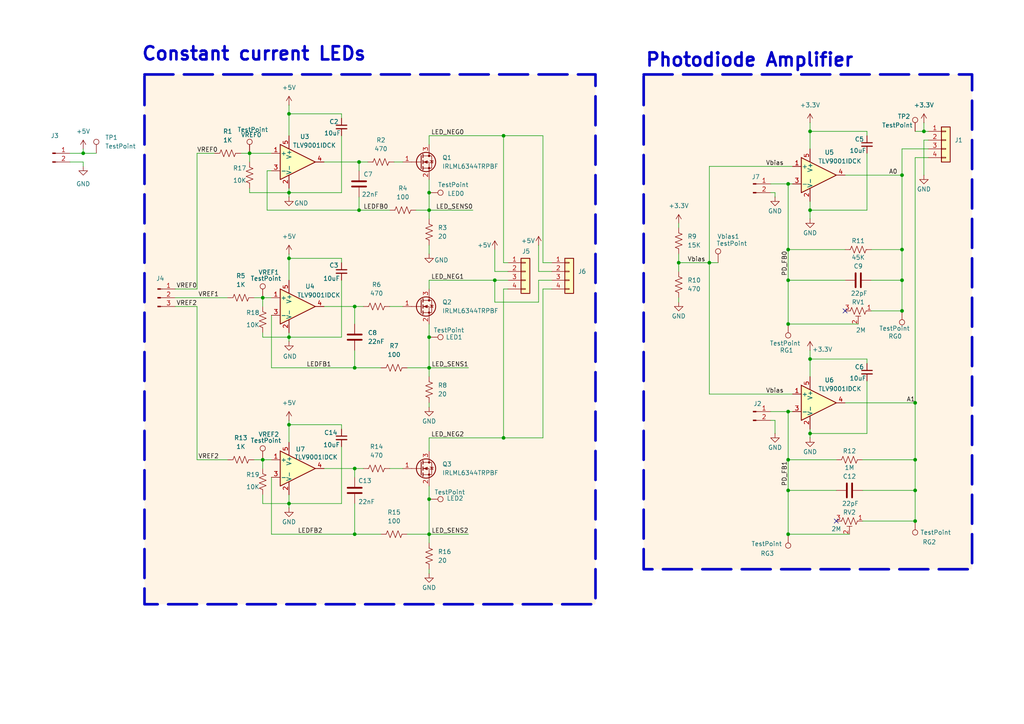
<source format=kicad_sch>
(kicad_sch (version 20231120) (generator "eeschema") (generator_version "8.0")
  (paper "A4")
  (lib_symbols
    (symbol "Amplifier_Operational:TLV9001IDCK" (pin_names (offset 0.127))
      (property "Reference" "U" (at 7.62 2.54 0))
      (property "Value" "TLV9001IDCK" (at 11.43 -2.54 0))
      (symbol "TLV9001IDCK_0_1"
        (polyline (pts (xy -2.54 5.08) (xy -2.54 -5.08) (xy 7.62 0) (xy -2.54 5.08)) (stroke (width 0.254)) (fill (type background)))
      )
      (symbol "TLV9001IDCK_1_1"
        (pin input line (at -5.08 2.54 0) (length 2.54) (name "+") (number "1"))
        (pin power_in line (at 0 -7.62 90) (length 3.81) (name "V-") (number "2"))
        (pin input line (at -5.08 -2.54 0) (length 2.54) (name "-") (number "3"))
        (pin output line (at 10.16 0 180) (length 2.54) (name "~") (number "4"))
        (pin power_in line (at 0 7.62 270) (length 3.81) (name "V+") (number "5"))
      )
    )
    (symbol "Connector:Conn_01x02_Pin" (pin_names (offset 1.016) hide)
      (property "Reference" "J" (at 0 2.54 0))
      (property "Value" "Conn_01x02_Pin" (at 0 -5.08 0))
      (symbol "Conn_01x02_Pin_1_1"
        (polyline (pts (xy 1.27 -2.54) (xy 0.8636 -2.54)) (stroke (width 0.1524)))
        (polyline (pts (xy 1.27 0) (xy 0.8636 0)) (stroke (width 0.1524)))
        (rectangle (start 0.8636 -2.413) (end 0 -2.667) (stroke (width 0.1524)) (fill (type outline)))
        (rectangle (start 0.8636 0.127) (end 0 -0.127) (stroke (width 0.1524)) (fill (type outline)))
        (pin passive line (at 5.08 0 180) (length 3.81) (name "Pin_1") (number "1"))
        (pin passive line (at 5.08 -2.54 180) (length 3.81) (name "Pin_2") (number "2"))
      )
    )
    (symbol "Connector:Conn_01x03_Pin" (pin_names (offset 1.016) hide)
      (property "Reference" "J" (at 0 5.08 0))
      (property "Value" "Conn_01x03_Pin" (at 0 -5.08 0))
      (symbol "Conn_01x03_Pin_1_1"
        (polyline (pts (xy 1.27 -2.54) (xy 0.8636 -2.54)) (stroke (width 0.1524)))
        (polyline (pts (xy 1.27 0) (xy 0.8636 0)) (stroke (width 0.1524)))
        (polyline (pts (xy 1.27 2.54) (xy 0.8636 2.54)) (stroke (width 0.1524)))
        (rectangle (start 0.8636 -2.413) (end 0 -2.667) (stroke (width 0.1524)) (fill (type outline)))
        (rectangle (start 0.8636 0.127) (end 0 -0.127) (stroke (width 0.1524)) (fill (type outline)))
        (rectangle (start 0.8636 2.667) (end 0 2.413) (stroke (width 0.1524)) (fill (type outline)))
        (pin passive line (at 5.08 2.54 180) (length 3.81) (name "Pin_1") (number "1"))
        (pin passive line (at 5.08 0 180) (length 3.81) (name "Pin_2") (number "2"))
        (pin passive line (at 5.08 -2.54 180) (length 3.81) (name "Pin_3") (number "3"))
      )
    )
    (symbol "Connector:TestPoint" (pin_numbers hide) (pin_names (offset 0.762) hide)
      (property "Reference" "TP" (at 0 6.858 0))
      (property "Value" "TestPoint" (at 0 5.08 0))
      (symbol "TestPoint_0_1"
        (circle (center 0 3.302) (radius 0.762))
      )
      (symbol "TestPoint_1_1"
        (pin passive line (at 0 0 90) (length 2.54) (name "1") (number "1"))
      )
    )
    (symbol "Connector_Generic:Conn_01x04" (pin_names (offset 1.016) hide)
      (property "Reference" "J" (at 0 5.08 0))
      (property "Value" "Conn_01x04" (at 0 -7.62 0))
      (symbol "Conn_01x04_1_1"
        (rectangle (start -1.27 -4.953) (end 0 -5.207) (stroke (width 0.1524)))
        (rectangle (start -1.27 -2.413) (end 0 -2.667) (stroke (width 0.1524)))
        (rectangle (start -1.27 0.127) (end 0 -0.127) (stroke (width 0.1524)))
        (rectangle (start -1.27 2.667) (end 0 2.413) (stroke (width 0.1524)))
        (rectangle (start -1.27 3.81) (end 1.27 -6.35) (stroke (width 0.254)) (fill (type background)))
        (pin passive line (at -5.08 2.54 0) (length 3.81) (name "Pin_1") (number "1"))
        (pin passive line (at -5.08 0 0) (length 3.81) (name "Pin_2") (number "2"))
        (pin passive line (at -5.08 -2.54 0) (length 3.81) (name "Pin_3") (number "3"))
        (pin passive line (at -5.08 -5.08 0) (length 3.81) (name "Pin_4") (number "4"))
      )
    )
    (symbol "Device:C" (pin_numbers hide) (pin_names (offset 0.254))
      (property "Reference" "C" (at 0.635 2.54 0))
      (property "Value" "C" (at 0.635 -2.54 0))
      (symbol "C_0_1"
        (polyline (pts (xy -2.032 -0.762) (xy 2.032 -0.762)) (stroke (width 0.508)))
        (polyline (pts (xy -2.032 0.762) (xy 2.032 0.762)) (stroke (width 0.508)))
      )
      (symbol "C_1_1"
        (pin passive line (at 0 3.81 270) (length 2.794) (name "~") (number "1"))
        (pin passive line (at 0 -3.81 90) (length 2.794) (name "~") (number "2"))
      )
    )
    (symbol "Device:C_Small" (pin_numbers hide) (pin_names (offset 0.254) hide)
      (property "Reference" "C" (at 0.254 1.778 0))
      (property "Value" "C_Small" (at 0.254 -2.032 0))
      (symbol "C_Small_0_1"
        (polyline (pts (xy -1.524 -0.508) (xy 1.524 -0.508)) (stroke (width 0.3302)))
        (polyline (pts (xy -1.524 0.508) (xy 1.524 0.508)) (stroke (width 0.3048)))
      )
      (symbol "C_Small_1_1"
        (pin passive line (at 0 2.54 270) (length 2.032) (name "~") (number "1"))
        (pin passive line (at 0 -2.54 90) (length 2.032) (name "~") (number "2"))
      )
    )
    (symbol "Device:R_Potentiometer_Trim_US" (pin_names (offset 1.016) hide)
      (property "Reference" "RV" (at -4.445 0 90))
      (property "Value" "R_Potentiometer_Trim_US" (at -2.54 0 90))
      (symbol "R_Potentiometer_Trim_US_0_1"
        (polyline (pts (xy 0 -2.286) (xy 0 -2.54)))
        (polyline (pts (xy 0 2.286) (xy 0 2.54)))
        (polyline (pts (xy 1.524 0.762) (xy 1.524 -0.762)))
        (polyline (pts (xy 2.54 0) (xy 1.524 0)))
        (polyline (pts (xy 0 -0.762) (xy 1.016 -1.143) (xy 0 -1.524) (xy -1.016 -1.905) (xy 0 -2.286)))
        (polyline (pts (xy 0 0.762) (xy 1.016 0.381) (xy 0 0) (xy -1.016 -0.381) (xy 0 -0.762)))
        (polyline (pts (xy 0 2.286) (xy 1.016 1.905) (xy 0 1.524) (xy -1.016 1.143) (xy 0 0.762)))
      )
      (symbol "R_Potentiometer_Trim_US_1_1"
        (pin passive line (at 0 3.81 270) (length 1.27) (name "1") (number "1"))
        (pin passive line (at 3.81 0 180) (length 1.27) (name "2") (number "2"))
        (pin passive line (at 0 -3.81 90) (length 1.27) (name "3") (number "3"))
      )
    )
    (symbol "Device:R_US" (pin_numbers hide) (pin_names (offset 0))
      (property "Reference" "R" (at 2.54 0 90))
      (property "Value" "R_US" (at -2.54 0 90))
      (symbol "R_US_0_1"
        (polyline (pts (xy 0 -2.286) (xy 0 -2.54)))
        (polyline (pts (xy 0 2.286) (xy 0 2.54)))
        (polyline (pts (xy 0 -0.762) (xy 1.016 -1.143) (xy 0 -1.524) (xy -1.016 -1.905) (xy 0 -2.286)))
        (polyline (pts (xy 0 0.762) (xy 1.016 0.381) (xy 0 0) (xy -1.016 -0.381) (xy 0 -0.762)))
        (polyline (pts (xy 0 2.286) (xy 1.016 1.905) (xy 0 1.524) (xy -1.016 1.143) (xy 0 0.762)))
      )
      (symbol "R_US_1_1"
        (pin passive line (at 0 3.81 270) (length 1.27) (name "~") (number "1"))
        (pin passive line (at 0 -3.81 90) (length 1.27) (name "~") (number "2"))
      )
    )
    (symbol "Transistor_FET:2N7002" (pin_names hide)
      (property "Reference" "Q" (at 5.08 1.905 0))
      (property "Value" "2N7002" (at 5.08 0 0))
      (symbol "2N7002_0_1"
        (polyline (pts (xy 0.254 0) (xy -2.54 0)))
        (polyline (pts (xy 0.254 1.905) (xy 0.254 -1.905)) (stroke (width 0.254)))
        (polyline (pts (xy 0.762 -1.27) (xy 0.762 -2.286)) (stroke (width 0.254)))
        (polyline (pts (xy 0.762 0.508) (xy 0.762 -0.508)) (stroke (width 0.254)))
        (polyline (pts (xy 0.762 2.286) (xy 0.762 1.27)) (stroke (width 0.254)))
        (polyline (pts (xy 2.54 2.54) (xy 2.54 1.778)))
        (polyline (pts (xy 2.54 -2.54) (xy 2.54 0) (xy 0.762 0)))
        (polyline (pts (xy 0.762 -1.778) (xy 3.302 -1.778) (xy 3.302 1.778) (xy 0.762 1.778)))
        (polyline (pts (xy 1.016 0) (xy 2.032 0.381) (xy 2.032 -0.381) (xy 1.016 0)) (fill (type outline)))
        (polyline (pts (xy 2.794 0.508) (xy 2.921 0.381) (xy 3.683 0.381) (xy 3.81 0.254)))
        (polyline (pts (xy 3.302 0.381) (xy 2.921 -0.254) (xy 3.683 -0.254) (xy 3.302 0.381)))
        (circle (center 1.651 0) (radius 2.794) (stroke (width 0.254)))
        (circle (center 2.54 -1.778) (radius 0.254) (fill (type outline)))
        (circle (center 2.54 1.778) (radius 0.254) (fill (type outline)))
      )
      (symbol "2N7002_1_1"
        (pin input line (at -5.08 0 0) (length 2.54) (name "G") (number "1"))
        (pin passive line (at 2.54 -5.08 90) (length 2.54) (name "S") (number "2"))
        (pin passive line (at 2.54 5.08 270) (length 2.54) (name "D") (number "3"))
      )
    )
    (symbol "power:+3.3V" (power) (pin_numbers hide) (pin_names (offset 0) hide)
      (property "Value" "+3.3V" (at 0 3.556 0))
      (symbol "+3.3V_0_1"
        (polyline (pts (xy -0.762 1.27) (xy 0 2.54)))
        (polyline (pts (xy 0 0) (xy 0 2.54)))
        (polyline (pts (xy 0 2.54) (xy 0.762 1.27)))
      )
      (symbol "+3.3V_1_1"
        (pin power_in line (at 0 0 90) (length 0) (name "~") (number "1"))
      )
    )
    (symbol "power:+5V" (power) (pin_numbers hide) (pin_names (offset 0) hide)
      (property "Value" "+5V" (at 0 3.556 0))
      (symbol "+5V_0_1"
        (polyline (pts (xy -0.762 1.27) (xy 0 2.54)))
        (polyline (pts (xy 0 0) (xy 0 2.54)))
        (polyline (pts (xy 0 2.54) (xy 0.762 1.27)))
      )
      (symbol "+5V_1_1"
        (pin power_in line (at 0 0 90) (length 0) (name "~") (number "1"))
      )
    )
    (symbol "power:GND" (power) (pin_numbers hide) (pin_names (offset 0) hide)
      (property "Value" "GND" (at 0 -3.81 0))
      (symbol "GND_0_1"
        (polyline (pts (xy 0 0) (xy 0 -1.27) (xy 1.27 -1.27) (xy 0 -2.54) (xy -1.27 -1.27) (xy 0 -1.27)))
      )
      (symbol "GND_1_1"
        (pin power_in line (at 0 0 270) (length 0) (name "~") (number "1"))
      )
    )
  )
  (junction (at 124.46 97.79))
  (junction (at 234.95 104.14))
  (junction (at 228.6 133.35))
  (junction (at 228.6 154.94))
  (junction (at 76.2 86.36))
  (junction (at 102.87 135.89))
  (junction (at 104.14 60.96))
  (junction (at 72.39 44.45))
  (junction (at 228.6 72.39))
  (junction (at 124.46 106.68))
  (junction (at 234.95 38.1))
  (junction (at 104.14 46.99))
  (junction (at 102.87 154.94))
  (junction (at 83.82 33.02))
  (junction (at 267.97 38.1))
  (junction (at 76.2 133.35))
  (junction (at 83.82 55.88))
  (junction (at 228.6 119.38))
  (junction (at 234.95 125.73))
  (junction (at 83.82 123.19))
  (junction (at 261.62 81.28))
  (junction (at 265.43 151.13))
  (junction (at 261.62 90.17))
  (junction (at 83.82 146.05))
  (junction (at 228.6 142.24))
  (junction (at 265.43 116.84))
  (junction (at 124.46 55.88))
  (junction (at 143.51 81.28))
  (junction (at 205.74 76.2))
  (junction (at 24.13 44.45))
  (junction (at 265.43 142.24))
  (junction (at 124.46 154.94))
  (junction (at 124.46 60.96))
  (junction (at 102.87 106.68))
  (junction (at 124.46 144.78))
  (junction (at 228.6 81.28))
  (junction (at 228.6 53.34))
  (junction (at 83.82 97.79))
  (junction (at 234.95 60.96))
  (junction (at 102.87 88.9))
  (junction (at 146.05 39.37))
  (junction (at 196.85 76.2))
  (junction (at 83.82 74.93))
  (junction (at 228.6 93.98))
  (junction (at 146.05 127))
  (junction (at 261.62 50.8))
  (junction (at 261.62 72.39))
  (junction (at 265.43 133.35))
  (no_connect (at 242.57 151.13))
  (no_connect (at 245.11 90.17))
  (wire (pts (xy 246.38 154.94) (xy 228.6 154.94)))
  (wire (pts (xy 99.06 33.02) (xy 83.82 33.02)))
  (wire (pts (xy 110.49 154.94) (xy 102.87 154.94)))
  (wire (pts (xy 124.46 55.88) (xy 124.46 60.96)))
  (wire (pts (xy 160.02 81.28) (xy 156.21 81.28)))
  (wire (pts (xy 228.6 81.28) (xy 228.6 93.98)))
  (wire (pts (xy 229.87 119.38) (xy 228.6 119.38)))
  (wire (pts (xy 76.2 97.79) (xy 83.82 97.79)))
  (wire (pts (xy 93.98 135.89) (xy 102.87 135.89)))
  (wire (pts (xy 160.02 83.82) (xy 157.48 83.82)))
  (wire (pts (xy 124.46 127) (xy 146.05 127)))
  (wire (pts (xy 234.95 60.96) (xy 251.46 60.96)))
  (wire (pts (xy 124.46 127) (xy 124.46 130.81)))
  (wire (pts (xy 77.47 49.53) (xy 78.74 49.53)))
  (wire (pts (xy 245.11 81.28) (xy 228.6 81.28)))
  (wire (pts (xy 104.14 60.96) (xy 113.03 60.96)))
  (wire (pts (xy 83.82 73.66) (xy 83.82 74.93)))
  (wire (pts (xy 124.46 81.28) (xy 124.46 83.82)))
  (wire (pts (xy 113.03 135.89) (xy 116.84 135.89)))
  (wire (pts (xy 251.46 105.41) (xy 251.46 104.14)))
  (wire (pts (xy 242.57 142.24) (xy 228.6 142.24)))
  (wire (pts (xy 251.46 39.37) (xy 251.46 38.1)))
  (wire (pts (xy 205.74 48.26) (xy 205.74 76.2)))
  (wire (pts (xy 265.43 116.84) (xy 245.11 116.84)))
  (wire (pts (xy 124.46 81.28) (xy 143.51 81.28)))
  (wire (pts (xy 120.65 60.96) (xy 124.46 60.96)))
  (wire (pts (xy 251.46 38.1) (xy 234.95 38.1)))
  (wire (pts (xy 102.87 88.9) (xy 105.41 88.9)))
  (wire (pts (xy 146.05 127) (xy 146.05 83.82)))
  (wire (pts (xy 234.95 60.96) (xy 234.95 63.5)))
  (wire (pts (xy 251.46 110.49) (xy 251.46 125.73)))
  (wire (pts (xy 99.06 129.54) (xy 99.06 146.05)))
  (wire (pts (xy 104.14 46.99) (xy 104.14 49.53)))
  (wire (pts (xy 229.87 53.34) (xy 228.6 53.34)))
  (wire (pts (xy 196.85 64.77) (xy 196.85 66.04)))
  (wire (pts (xy 83.82 97.79) (xy 83.82 96.52)))
  (wire (pts (xy 99.06 55.88) (xy 83.82 55.88)))
  (wire (pts (xy 73.66 86.36) (xy 76.2 86.36)))
  (wire (pts (xy 265.43 142.24) (xy 250.19 142.24)))
  (wire (pts (xy 99.06 74.93) (xy 83.82 74.93)))
  (wire (pts (xy 143.51 87.63) (xy 143.51 81.28)))
  (wire (pts (xy 228.6 53.34) (xy 228.6 72.39)))
  (wire (pts (xy 124.46 154.94) (xy 135.89 154.94)))
  (wire (pts (xy 77.47 60.96) (xy 104.14 60.96)))
  (wire (pts (xy 118.11 154.94) (xy 124.46 154.94)))
  (wire (pts (xy 83.82 30.48) (xy 83.82 33.02)))
  (wire (pts (xy 228.6 142.24) (xy 228.6 133.35)))
  (wire (pts (xy 57.15 83.82) (xy 57.15 44.45)))
  (wire (pts (xy 83.82 74.93) (xy 83.82 81.28)))
  (wire (pts (xy 147.32 78.74) (xy 143.51 78.74)))
  (wire (pts (xy 196.85 76.2) (xy 196.85 78.74)))
  (wire (pts (xy 76.2 86.36) (xy 76.2 88.9)))
  (wire (pts (xy 24.13 46.99) (xy 24.13 48.26)))
  (wire (pts (xy 265.43 142.24) (xy 265.43 151.13)))
  (wire (pts (xy 234.95 127) (xy 234.95 125.73)))
  (wire (pts (xy 228.6 133.35) (xy 228.6 119.38)))
  (wire (pts (xy 261.62 43.18) (xy 261.62 50.8)))
  (wire (pts (xy 83.82 33.02) (xy 83.82 39.37)))
  (wire (pts (xy 20.32 44.45) (xy 24.13 44.45)))
  (wire (pts (xy 234.95 58.42) (xy 234.95 60.96)))
  (wire (pts (xy 124.46 39.37) (xy 124.46 41.91)))
  (wire (pts (xy 99.06 34.29) (xy 99.06 33.02)))
  (wire (pts (xy 57.15 44.45) (xy 62.23 44.45)))
  (wire (pts (xy 156.21 78.74) (xy 156.21 71.12)))
  (wire (pts (xy 99.06 81.28) (xy 99.06 97.79)))
  (wire (pts (xy 269.24 38.1) (xy 267.97 38.1)))
  (wire (pts (xy 57.15 133.35) (xy 66.04 133.35)))
  (wire (pts (xy 83.82 121.92) (xy 83.82 123.19)))
  (wire (pts (xy 124.46 60.96) (xy 124.46 63.5)))
  (wire (pts (xy 99.06 146.05) (xy 83.82 146.05)))
  (wire (pts (xy 265.43 151.13) (xy 250.19 151.13)))
  (wire (pts (xy 72.39 44.45) (xy 78.74 44.45)))
  (wire (pts (xy 114.3 46.99) (xy 116.84 46.99)))
  (wire (pts (xy 83.82 147.32) (xy 83.82 146.05)))
  (wire (pts (xy 265.43 38.1) (xy 267.97 38.1)))
  (wire (pts (xy 76.2 86.36) (xy 78.74 86.36)))
  (wire (pts (xy 76.2 143.51) (xy 76.2 146.05)))
  (wire (pts (xy 102.87 101.6) (xy 102.87 106.68)))
  (wire (pts (xy 261.62 90.17) (xy 252.73 90.17)))
  (wire (pts (xy 78.74 154.94) (xy 102.87 154.94)))
  (wire (pts (xy 269.24 45.72) (xy 265.43 45.72)))
  (wire (pts (xy 83.82 55.88) (xy 83.82 54.61)))
  (wire (pts (xy 224.79 55.88) (xy 224.79 57.15)))
  (wire (pts (xy 69.85 44.45) (xy 72.39 44.45)))
  (wire (pts (xy 196.85 76.2) (xy 205.74 76.2)))
  (wire (pts (xy 252.73 72.39) (xy 261.62 72.39)))
  (wire (pts (xy 73.66 133.35) (xy 76.2 133.35)))
  (wire (pts (xy 78.74 106.68) (xy 102.87 106.68)))
  (wire (pts (xy 72.39 55.88) (xy 83.82 55.88)))
  (wire (pts (xy 224.79 121.92) (xy 223.52 121.92)))
  (wire (pts (xy 269.24 40.64) (xy 267.97 40.64)))
  (wire (pts (xy 118.11 106.68) (xy 124.46 106.68)))
  (wire (pts (xy 228.6 81.28) (xy 228.6 72.39)))
  (wire (pts (xy 50.8 88.9) (xy 57.15 88.9)))
  (wire (pts (xy 228.6 142.24) (xy 228.6 154.94)))
  (wire (pts (xy 234.95 43.18) (xy 234.95 38.1)))
  (wire (pts (xy 99.06 39.37) (xy 99.06 55.88)))
  (wire (pts (xy 261.62 72.39) (xy 261.62 81.28)))
  (wire (pts (xy 223.52 53.34) (xy 228.6 53.34)))
  (wire (pts (xy 102.87 146.05) (xy 102.87 154.94)))
  (wire (pts (xy 156.21 87.63) (xy 143.51 87.63)))
  (wire (pts (xy 124.46 106.68) (xy 135.89 106.68)))
  (wire (pts (xy 265.43 133.35) (xy 265.43 142.24)))
  (wire (pts (xy 76.2 133.35) (xy 76.2 135.89)))
  (wire (pts (xy 124.46 144.78) (xy 124.46 154.94)))
  (wire (pts (xy 124.46 71.12) (xy 124.46 73.66)))
  (wire (pts (xy 250.19 133.35) (xy 265.43 133.35)))
  (wire (pts (xy 104.14 57.15) (xy 104.14 60.96)))
  (wire (pts (xy 261.62 43.18) (xy 269.24 43.18)))
  (wire (pts (xy 50.8 83.82) (xy 57.15 83.82)))
  (wire (pts (xy 113.03 88.9) (xy 116.84 88.9)))
  (wire (pts (xy 157.48 127) (xy 146.05 127)))
  (wire (pts (xy 223.52 119.38) (xy 228.6 119.38)))
  (wire (pts (xy 157.48 39.37) (xy 146.05 39.37)))
  (wire (pts (xy 205.74 114.3) (xy 229.87 114.3)))
  (wire (pts (xy 124.46 154.94) (xy 124.46 157.48)))
  (wire (pts (xy 76.2 133.35) (xy 78.74 133.35)))
  (wire (pts (xy 99.06 97.79) (xy 83.82 97.79)))
  (wire (pts (xy 143.51 81.28) (xy 147.32 81.28)))
  (wire (pts (xy 234.95 38.1) (xy 234.95 35.56)))
  (wire (pts (xy 248.92 93.98) (xy 228.6 93.98)))
  (wire (pts (xy 124.46 166.37) (xy 124.46 165.1)))
  (wire (pts (xy 76.2 146.05) (xy 83.82 146.05)))
  (wire (pts (xy 124.46 140.97) (xy 124.46 144.78)))
  (wire (pts (xy 160.02 78.74) (xy 156.21 78.74)))
  (wire (pts (xy 196.85 87.63) (xy 196.85 86.36)))
  (wire (pts (xy 205.74 48.26) (xy 229.87 48.26)))
  (wire (pts (xy 83.82 146.05) (xy 83.82 143.51)))
  (wire (pts (xy 77.47 60.96) (xy 77.47 49.53)))
  (wire (pts (xy 265.43 116.84) (xy 265.43 133.35)))
  (wire (pts (xy 83.82 99.06) (xy 83.82 97.79)))
  (wire (pts (xy 245.11 50.8) (xy 261.62 50.8)))
  (wire (pts (xy 124.46 118.11) (xy 124.46 116.84)))
  (wire (pts (xy 265.43 45.72) (xy 265.43 116.84)))
  (wire (pts (xy 83.82 123.19) (xy 83.82 128.27)))
  (wire (pts (xy 157.48 76.2) (xy 157.48 39.37)))
  (wire (pts (xy 72.39 54.61) (xy 72.39 55.88)))
  (wire (pts (xy 245.11 72.39) (xy 228.6 72.39)))
  (wire (pts (xy 110.49 106.68) (xy 102.87 106.68)))
  (wire (pts (xy 24.13 43.18) (xy 24.13 44.45)))
  (wire (pts (xy 124.46 106.68) (xy 124.46 109.22)))
  (wire (pts (xy 234.95 101.6) (xy 234.95 104.14)))
  (wire (pts (xy 93.98 88.9) (xy 102.87 88.9)))
  (wire (pts (xy 146.05 83.82) (xy 147.32 83.82)))
  (wire (pts (xy 24.13 44.45) (xy 27.94 44.45)))
  (wire (pts (xy 251.46 125.73) (xy 234.95 125.73)))
  (wire (pts (xy 196.85 73.66) (xy 196.85 76.2)))
  (wire (pts (xy 124.46 60.96) (xy 137.16 60.96)))
  (wire (pts (xy 102.87 135.89) (xy 105.41 135.89)))
  (wire (pts (xy 78.74 154.94) (xy 78.74 138.43)))
  (wire (pts (xy 205.74 76.2) (xy 208.28 76.2)))
  (wire (pts (xy 99.06 123.19) (xy 83.82 123.19)))
  (wire (pts (xy 93.98 46.99) (xy 104.14 46.99)))
  (wire (pts (xy 160.02 76.2) (xy 157.48 76.2)))
  (wire (pts (xy 267.97 40.64) (xy 267.97 50.8)))
  (wire (pts (xy 104.14 46.99) (xy 106.68 46.99)))
  (wire (pts (xy 261.62 81.28) (xy 252.73 81.28)))
  (wire (pts (xy 234.95 125.73) (xy 234.95 124.46)))
  (wire (pts (xy 251.46 60.96) (xy 251.46 44.45)))
  (wire (pts (xy 143.51 78.74) (xy 143.51 72.39)))
  (wire (pts (xy 205.74 76.2) (xy 205.74 114.3)))
  (wire (pts (xy 20.32 46.99) (xy 24.13 46.99)))
  (wire (pts (xy 124.46 97.79) (xy 124.46 106.68)))
  (wire (pts (xy 224.79 55.88) (xy 223.52 55.88)))
  (wire (pts (xy 261.62 50.8) (xy 261.62 72.39)))
  (wire (pts (xy 124.46 52.07) (xy 124.46 55.88)))
  (wire (pts (xy 57.15 88.9) (xy 57.15 133.35)))
  (wire (pts (xy 261.62 81.28) (xy 261.62 90.17)))
  (wire (pts (xy 99.06 124.46) (xy 99.06 123.19)))
  (wire (pts (xy 157.48 83.82) (xy 157.48 127)))
  (wire (pts (xy 146.05 39.37) (xy 146.05 76.2)))
  (wire (pts (xy 267.97 38.1) (xy 267.97 35.56)))
  (wire (pts (xy 50.8 86.36) (xy 66.04 86.36)))
  (wire (pts (xy 251.46 104.14) (xy 234.95 104.14)))
  (wire (pts (xy 76.2 96.52) (xy 76.2 97.79)))
  (wire (pts (xy 124.46 39.37) (xy 146.05 39.37)))
  (wire (pts (xy 234.95 104.14) (xy 234.95 109.22)))
  (wire (pts (xy 78.74 106.68) (xy 78.74 91.44)))
  (wire (pts (xy 146.05 76.2) (xy 147.32 76.2)))
  (wire (pts (xy 242.57 133.35) (xy 228.6 133.35)))
  (wire (pts (xy 72.39 44.45) (xy 72.39 46.99)))
  (wire (pts (xy 224.79 121.92) (xy 224.79 125.73)))
  (wire (pts (xy 83.82 55.88) (xy 83.82 57.15)))
  (wire (pts (xy 102.87 88.9) (xy 102.87 93.98)))
  (wire (pts (xy 156.21 81.28) (xy 156.21 87.63)))
  (wire (pts (xy 99.06 76.2) (xy 99.06 74.93)))
  (wire (pts (xy 124.46 93.98) (xy 124.46 97.79)))
  (wire (pts (xy 102.87 135.89) (xy 102.87 138.43)))
  (rectangle (start 186.69 21.59) (end 281.94 165.1) (stroke (width 0.762) (type dash)) (fill (type color) (color 255 229 191 0.4)))
  (rectangle (start 41.91 21.59) (end 172.72 175.26) (stroke (width 0.762) (type dash)) (fill (type color) (color 255 229 191 0.4)))
  (text "Constant current LEDs" (at 73.66 15.748 0) (effects (font (size 3.81 3.81) (bold yes))))
  (text "Photodiode Amplifier" (at 217.424 17.526 0) (effects (font (size 3.81 3.81) (bold yes))))
  (label "PD_FB1" (at 228.6 140.97 90))
  (label "LED_NEG0" (at 134.62 39.37 180))
  (label "VREF2" (at 57.15 88.9 180))
  (label "VREF2" (at 63.5 133.35 180))
  (label "LEDFB1" (at 88.9 106.68 0))
  (label "LED_NEG2" (at 134.62 127 180))
  (label "A1" (at 265.43 116.84 180))
  (label "A0" (at 257.81 50.8 0))
  (label "VREF0" (at 57.15 83.82 180))
  (label "Vbias" (at 227.33 48.26 180))
  (label "LEDFB2" (at 86.36 154.94 0))
  (label "VREF0" (at 57.15 44.45 0))
  (label "Vbias" (at 199.39 76.2 0))
  (label "LED_NEG1" (at 134.62 81.28 180))
  (label "VREF1" (at 63.5 86.36 180))
  (label "PD_FB0" (at 228.6 80.01 90))
  (label "LED_SENS2" (at 135.89 154.94 180))
  (label "LED_SENS1" (at 135.89 106.68 180))
  (label "Vbias" (at 227.33 114.3 180))
  (label "LEDFB0" (at 105.41 60.96 0))
  (label "LED_SENS0" (at 137.16 60.96 180))
  (symbol (lib_id "power:GND") (at 224.79 125.73 0) (unit 1)
    (property "Reference" "#PWR022" (effects (hide yes)))
    (property "Value" "GND" (at 224.79 129.794 0))
    (property "Description" "Power symbol creates a global label with name \"GND\" , ground" (effects (hide yes)))
  )
  (symbol (lib_id "Connector:TestPoint") (at 208.28 76.2 0) (unit 1)
    (property "Reference" "Vbias1" (at 208.026 68.58 0) (effects (justify left)))
    (property "Value" "TestPoint" (at 207.772 70.612 0) (effects (justify left)))
    (property "Footprint" "TestPoint:TestPoint_Pad_1.0x1.0mm" (effects (hide yes)))
    (property "Description" "test point" (effects (hide yes)))
  )
  (symbol (lib_id "power:+5V") (at 83.82 30.48 0) (unit 1)
    (property "Reference" "#PWR016" (effects (hide yes)))
    (property "Value" "+5V" (at 83.82 25.4 0))
    (property "Description" "Power symbol creates a global label with name \"+5V\"" (effects (hide yes)))
  )
  (symbol (lib_id "Device:R_US") (at 76.2 139.7 0) (unit 1)
    (property "Reference" "R19" (at 71.374 137.668 0) (effects (justify left)))
    (property "Value" "10K" (at 71.374 141.224 0) (effects (justify left)))
    (property "Footprint" "Resistor_SMD:R_0805_2012Metric_Pad1.20x1.40mm_HandSolder" (effects (hide yes)))
    (property "Description" "Resistor, US symbol" (effects (hide yes)))
  )
  (symbol (lib_id "Connector:Conn_01x02_Pin") (at 218.44 53.34 0) (unit 1)
    (property "Reference" "J7" (at 219.202 51.308 0))
    (property "Value" "Conn_01x02_Pin" (effects (hide yes)))
    (property "Footprint" "Connector_PinSocket_2.54mm:PinSocket_1x02_P2.54mm_Vertical" (effects (hide yes)))
    (property "Description" "Generic connector, single row, 01x02, script generated" (effects (hide yes)))
  )
  (symbol (lib_id "Connector:TestPoint") (at 72.39 44.45 0) (unit 1)
    (property "Reference" "VREF0" (at 69.85 39.116 0) (effects (justify left)))
    (property "Value" "TestPoint" (at 68.834 37.592 0) (effects (justify left)))
    (property "Footprint" "TestPoint:TestPoint_THTPad_1.5x1.5mm_Drill0.7mm" (effects (hide yes)))
    (property "Description" "test point" (effects (hide yes)))
  )
  (symbol (lib_id "Connector:TestPoint") (at 228.6 154.94 180) (unit 1)
    (property "Reference" "RG3" (at 224.536 160.528 0) (effects (justify left)))
    (property "Value" "TestPoint" (at 226.822 157.734 0) (effects (justify left)))
    (property "Footprint" "TestPoint:TestPoint_THTPad_1.5x1.5mm_Drill0.7mm" (effects (hide yes)))
    (property "Description" "test point" (effects (hide yes)))
  )
  (symbol (lib_id "power:GND") (at 224.79 57.15 0) (unit 1)
    (property "Reference" "#PWR024" (effects (hide yes)))
    (property "Value" "GND" (at 224.79 61.214 0))
    (property "Description" "Power symbol creates a global label with name \"GND\" , ground" (effects (hide yes)))
  )
  (symbol (lib_id "Transistor_FET:2N7002") (at 121.92 135.89 0) (unit 1)
    (property "Reference" "Q3" (at 128.27 134.6199 0) (effects (justify left)))
    (property "Value" "IRLML6344TRPBF" (at 128.27 137.1599 0) (effects (justify left)))
    (property "Footprint" "Package_TO_SOT_SMD:SOT-23_Handsoldering" (effects (hide yes)))
    (property "Description" "5.8A Id, 25V Vds, 24mOhm, 5.4 Qg, N-Channel MOSFET, SOT-23" (effects (hide yes)))
  )
  (symbol (lib_id "Device:R_US") (at 248.92 72.39 270) (unit 1)
    (property "Reference" "R11" (at 248.92 69.85 90))
    (property "Value" "45K" (at 248.92 74.676 90))
    (property "Footprint" "Resistor_SMD:R_0805_2012Metric_Pad1.20x1.40mm_HandSolder" (effects (hide yes)))
    (property "Description" "Resistor, US symbol" (effects (hide yes)))
  )
  (symbol (lib_id "power:+3.3V") (at 234.95 35.56 0) (unit 1)
    (property "Reference" "#PWR020" (effects (hide yes)))
    (property "Value" "+3.3V" (at 234.95 30.48 0))
    (property "Description" "Power symbol creates a global label with name \"+3.3V\"" (effects (hide yes)))
  )
  (symbol (lib_id "Amplifier_Operational:TLV9001IDCK") (at 83.82 46.99 0) (unit 1)
    (property "Reference" "U3" (at 88.392 39.624 0))
    (property "Value" "TLV9001IDCK" (at 91.186 42.164 0))
    (property "Footprint" "Package_TO_SOT_SMD:SOT-353_SC-70-5" (effects (hide yes)))
    (property "Datasheet" "https://www.ti.com/lit/ds/symlink/tlv9001.pdf" (effects (hide yes)))
    (property "Description" "Low-power, Rail-to-Rail, 1MHz Operational Amplifier, SOT-353" (effects (hide yes)))
  )
  (symbol (lib_id "Connector:TestPoint") (at 228.6 93.98 180) (unit 1)
    (property "Reference" "RG1" (at 230.124 101.6 0) (effects (justify left)))
    (property "Value" "TestPoint" (at 232.156 99.568 0) (effects (justify left)))
    (property "Footprint" "TestPoint:TestPoint_THTPad_1.5x1.5mm_Drill0.7mm" (effects (hide yes)))
    (property "Description" "test point" (effects (hide yes)))
  )
  (symbol (lib_id "power:GND") (at 124.46 73.66 0) (unit 1)
    (property "Reference" "#PWR010" (effects (hide yes)))
    (property "Value" "GND" (at 128.016 75.438 0))
    (property "Description" "Power symbol creates a global label with name \"GND\" , ground" (effects (hide yes)))
  )
  (symbol (lib_id "Device:R_US") (at 124.46 67.31 0) (unit 1)
    (property "Reference" "R3" (at 127 66.0399 0) (effects (justify left)))
    (property "Value" "20" (at 127 68.5799 0) (effects (justify left)))
    (property "Footprint" "Resistor_SMD:R_0805_2012Metric_Pad1.20x1.40mm_HandSolder" (effects (hide yes)))
    (property "Description" "Resistor, US symbol" (effects (hide yes)))
  )
  (symbol (lib_id "Transistor_FET:2N7002") (at 121.92 88.9 0) (unit 1)
    (property "Reference" "Q2" (at 128.27 87.6299 0) (effects (justify left)))
    (property "Value" "IRLML6344TRPBF" (at 128.27 90.1699 0) (effects (justify left)))
    (property "Footprint" "Package_TO_SOT_SMD:SOT-23_Handsoldering" (effects (hide yes)))
    (property "Description" "5.8A Id, 25V Vds, 24mOhm, 5.4 Qg, N-Channel MOSFET, SOT-23" (effects (hide yes)))
  )
  (symbol (lib_id "Device:R_US") (at 114.3 106.68 270) (unit 1)
    (property "Reference" "R7" (at 114.3 100.33 90))
    (property "Value" "100" (at 114.3 102.87 90))
    (property "Footprint" "Resistor_SMD:R_0805_2012Metric_Pad1.20x1.40mm_HandSolder" (effects (hide yes)))
    (property "Description" "Resistor, US symbol" (effects (hide yes)))
  )
  (symbol (lib_id "Device:R_US") (at 109.22 135.89 270) (unit 1)
    (property "Reference" "R14" (at 109.22 129.54 90))
    (property "Value" "470" (at 109.22 132.08 90))
    (property "Footprint" "Resistor_SMD:R_0805_2012Metric_Pad1.20x1.40mm_HandSolder" (effects (hide yes)))
    (property "Description" "Resistor, US symbol" (effects (hide yes)))
  )
  (symbol (lib_id "Device:C") (at 104.14 53.34 0) (unit 1)
    (property "Reference" "C7" (at 105.41 50.546 0) (effects (justify left)))
    (property "Value" "22nF" (at 104.902 56.388 0) (effects (justify left)))
    (property "Footprint" "Capacitor_SMD:C_0805_2012Metric_Pad1.18x1.45mm_HandSolder" (effects (hide yes)))
    (property "Description" "Unpolarized capacitor" (effects (hide yes)))
  )
  (symbol (lib_id "power:GND") (at 83.82 57.15 0) (unit 1)
    (property "Reference" "#PWR08" (effects (hide yes)))
    (property "Value" "GND" (at 87.376 58.928 0))
    (property "Description" "Power symbol creates a global label with name \"GND\" , ground" (effects (hide yes)))
  )
  (symbol (lib_id "power:+5V") (at 83.82 73.66 0) (unit 1)
    (property "Reference" "#PWR017" (effects (hide yes)))
    (property "Value" "+5V" (at 83.82 68.58 0))
    (property "Description" "Power symbol creates a global label with name \"+5V\"" (effects (hide yes)))
  )
  (symbol (lib_id "power:GND") (at 83.82 147.32 0) (unit 1)
    (property "Reference" "#PWR029" (effects (hide yes)))
    (property "Value" "GND" (at 83.82 151.384 0))
    (property "Description" "Power symbol creates a global label with name \"GND\" , ground" (effects (hide yes)))
  )
  (symbol (lib_id "Transistor_FET:2N7002") (at 121.92 46.99 0) (unit 1)
    (property "Reference" "Q1" (at 128.27 45.7199 0) (effects (justify left)))
    (property "Value" "IRLML6344TRPBF" (at 128.27 48.2599 0) (effects (justify left)))
    (property "Footprint" "Package_TO_SOT_SMD:SOT-23_Handsoldering" (effects (hide yes)))
    (property "Description" "5.8A Id, 25V Vds, 24mOhm, 5.4 Qg, N-Channel MOSFET, SOT-23" (effects (hide yes)))
  )
  (symbol (lib_id "Amplifier_Operational:TLV9001IDCK") (at 234.95 116.84 0) (unit 1)
    (property "Reference" "U6" (at 240.538 110.236 0))
    (property "Value" "TLV9001IDCK" (at 243.586 112.776 0))
    (property "Footprint" "Package_TO_SOT_SMD:SOT-353_SC-70-5" (effects (hide yes)))
    (property "Datasheet" "https://www.ti.com/lit/ds/symlink/tlv9001.pdf" (effects (hide yes)))
    (property "Description" "Low-power, Rail-to-Rail, 1MHz Operational Amplifier, SOT-353" (effects (hide yes)))
  )
  (symbol (lib_id "Device:C_Small") (at 251.46 107.95 0) (unit 1)
    (property "Reference" "C6" (at 247.904 106.426 0) (effects (justify left)))
    (property "Value" "10uF" (at 246.38 109.728 0) (effects (justify left)))
    (property "Footprint" "Capacitor_SMD:C_0805_2012Metric_Pad1.18x1.45mm_HandSolder" (effects (hide yes)))
    (property "Description" "Unpolarized capacitor, small symbol" (effects (hide yes)))
  )
  (symbol (lib_id "Device:C_Small") (at 99.06 36.83 0) (unit 1)
    (property "Reference" "C2" (at 95.504 35.306 0) (effects (justify left)))
    (property "Value" "10uF" (at 93.98 38.608 0) (effects (justify left)))
    (property "Footprint" "Capacitor_SMD:C_0805_2012Metric_Pad1.18x1.45mm_HandSolder" (effects (hide yes)))
    (property "Description" "Unpolarized capacitor, small symbol" (effects (hide yes)))
  )
  (symbol (lib_id "power:GND") (at 234.95 63.5 0) (unit 1)
    (property "Reference" "#PWR021" (effects (hide yes)))
    (property "Value" "GND" (at 234.95 67.564 0))
    (property "Description" "Power symbol creates a global label with name \"GND\" , ground" (effects (hide yes)))
  )
  (symbol (lib_id "Connector:TestPoint") (at 76.2 86.36 0) (unit 1)
    (property "Reference" "VREF1" (at 74.93 78.994 0) (effects (justify left)))
    (property "Value" "TestPoint" (at 72.644 80.772 0) (effects (justify left)))
    (property "Footprint" "TestPoint:TestPoint_THTPad_1.5x1.5mm_Drill0.7mm" (effects (hide yes)))
    (property "Description" "test point" (effects (hide yes)))
  )
  (symbol (lib_id "Connector:TestPoint") (at 76.2 133.35 0) (unit 1)
    (property "Reference" "VREF2" (at 74.93 125.984 0) (effects (justify left)))
    (property "Value" "TestPoint" (at 72.644 127.762 0) (effects (justify left)))
    (property "Footprint" "TestPoint:TestPoint_THTPad_1.5x1.5mm_Drill0.7mm" (effects (hide yes)))
    (property "Description" "test point" (effects (hide yes)))
  )
  (symbol (lib_id "Device:C_Small") (at 99.06 78.74 0) (unit 1)
    (property "Reference" "C3" (at 95.504 76.962 0) (effects (justify left)))
    (property "Value" "10uF" (at 93.726 80.772 0) (effects (justify left)))
    (property "Footprint" "Capacitor_SMD:C_0805_2012Metric_Pad1.18x1.45mm_HandSolder" (effects (hide yes)))
    (property "Description" "Unpolarized capacitor, small symbol" (effects (hide yes)))
  )
  (symbol (lib_id "Connector:Conn_01x02_Pin") (at 15.24 44.45 0) (unit 1)
    (property "Reference" "J3" (at 15.875 39.37 0))
    (property "Value" "Conn_01x02_Pin" (effects (hide yes)))
    (property "Footprint" "Connector_PinHeader_2.54mm:PinHeader_1x02_P2.54mm_Vertical" (effects (hide yes)))
    (property "Description" "Generic connector, single row, 01x02, script generated" (effects (hide yes)))
  )
  (symbol (lib_id "Connector:TestPoint") (at 124.46 144.78 270) (unit 1)
    (property "Reference" "LED2" (at 129.54 144.526 90) (effects (justify left)))
    (property "Value" "TestPoint" (at 125.984 142.748 90) (effects (justify left)))
    (property "Footprint" "TestPoint:TestPoint_THTPad_1.5x1.5mm_Drill0.7mm" (effects (hide yes)))
    (property "Description" "test point" (effects (hide yes)))
  )
  (symbol (lib_id "Connector:Conn_01x03_Pin") (at 45.72 86.36 0) (unit 1)
    (property "Reference" "J4" (at 46.482 80.772 0))
    (property "Value" "Conn_01x03_Pin" (effects (hide yes)))
    (property "Footprint" "Connector_PinHeader_2.54mm:PinHeader_1x03_P2.54mm_Vertical" (effects (hide yes)))
    (property "Description" "Generic connector, single row, 01x03, script generated" (effects (hide yes)))
  )
  (symbol (lib_id "Connector_Generic:Conn_01x04") (at 274.32 40.64 0) (unit 1)
    (property "Reference" "J1" (at 276.86 40.6399 0) (effects (justify left)))
    (property "Value" "Conn_01x04" (effects (hide yes)))
    (property "Footprint" "Connector_PinHeader_2.54mm:PinHeader_1x04_P2.54mm_Vertical" (effects (hide yes)))
    (property "Description" "Generic connector, single row, 01x04, script generated (kicad-library-utils/schlib/autogen/connector/)" (effects (hide yes)))
  )
  (symbol (lib_id "Device:R_US") (at 114.3 154.94 270) (unit 1)
    (property "Reference" "R15" (at 114.3 148.59 90))
    (property "Value" "100" (at 114.3 151.13 90))
    (property "Footprint" "Resistor_SMD:R_0805_2012Metric_Pad1.20x1.40mm_HandSolder" (effects (hide yes)))
    (property "Description" "Resistor, US symbol" (effects (hide yes)))
  )
  (symbol (lib_id "Connector_Generic:Conn_01x04") (at 152.4 78.74 0) (unit 1)
    (property "Reference" "J5" (at 151.384 72.898 0) (effects (justify left)))
    (property "Value" "Conn_01x04" (effects (hide yes)))
    (property "Footprint" "Connector_PinSocket_2.54mm:PinSocket_1x04_P2.54mm_Vertical" (effects (hide yes)))
    (property "Description" "Generic connector, single row, 01x04, script generated (kicad-library-utils/schlib/autogen/connector/)" (effects (hide yes)))
  )
  (symbol (lib_id "power:+3.3V") (at 234.95 101.6 0) (unit 1)
    (property "Reference" "#PWR023" (effects (hide yes)))
    (property "Value" "+3.3V" (at 238.506 101.346 0))
    (property "Description" "Power symbol creates a global label with name \"+3.3V\"" (effects (hide yes)))
  )
  (symbol (lib_id "power:+3.3V") (at 196.85 64.77 0) (unit 1)
    (property "Reference" "#PWR018" (effects (hide yes)))
    (property "Value" "+3.3V" (at 196.85 59.69 0))
    (property "Description" "Power symbol creates a global label with name \"+3.3V\"" (effects (hide yes)))
  )
  (symbol (lib_id "Device:R_US") (at 124.46 113.03 0) (unit 1)
    (property "Reference" "R8" (at 127 111.7599 0) (effects (justify left)))
    (property "Value" "20" (at 127 114.2999 0) (effects (justify left)))
    (property "Footprint" "Resistor_SMD:R_0805_2012Metric_Pad1.20x1.40mm_HandSolder" (effects (hide yes)))
    (property "Description" "Resistor, US symbol" (effects (hide yes)))
  )
  (symbol (lib_id "Connector:TestPoint") (at 27.94 44.45 0) (unit 1)
    (property "Reference" "TP1" (at 30.48 39.8779 0) (effects (justify left)))
    (property "Value" "TestPoint" (at 30.48 42.4179 0) (effects (justify left)))
    (property "Footprint" "TestPoint:TestPoint_Pad_1.0x1.0mm" (effects (hide yes)))
    (property "Description" "test point" (effects (hide yes)))
  )
  (symbol (lib_id "power:+5V") (at 24.13 43.18 0) (unit 1)
    (property "Reference" "#PWR01" (effects (hide yes)))
    (property "Value" "+5V" (at 24.13 38.1 0))
    (property "Description" "Power symbol creates a global label with name \"+5V\"" (effects (hide yes)))
  )
  (symbol (lib_id "Connector:TestPoint") (at 261.62 90.17 180) (unit 1)
    (property "Reference" "RG0" (at 261.62 97.536 0) (effects (justify left)))
    (property "Value" "TestPoint" (at 263.906 95.25 0) (effects (justify left)))
    (property "Footprint" "TestPoint:TestPoint_THTPad_1.5x1.5mm_Drill0.7mm" (effects (hide yes)))
    (property "Description" "test point" (effects (hide yes)))
  )
  (symbol (lib_id "Device:R_US") (at 196.85 82.55 0) (unit 1)
    (property "Reference" "R10" (at 199.39 81.2799 0) (effects (justify left)))
    (property "Value" "470" (at 199.39 83.8199 0) (effects (justify left)))
    (property "Footprint" "Resistor_SMD:R_0805_2012Metric_Pad1.20x1.40mm_HandSolder" (effects (hide yes)))
    (property "Description" "Resistor, US symbol" (effects (hide yes)))
  )
  (symbol (lib_id "Device:R_US") (at 76.2 92.71 0) (unit 1)
    (property "Reference" "R18" (at 71.374 90.678 0) (effects (justify left)))
    (property "Value" "10K" (at 71.374 94.234 0) (effects (justify left)))
    (property "Footprint" "Resistor_SMD:R_0805_2012Metric_Pad1.20x1.40mm_HandSolder" (effects (hide yes)))
    (property "Description" "Resistor, US symbol" (effects (hide yes)))
  )
  (symbol (lib_id "Device:R_US") (at 72.39 50.8 0) (unit 1)
    (property "Reference" "R17" (at 67.564 48.768 0) (effects (justify left)))
    (property "Value" "10K" (at 67.564 52.324 0) (effects (justify left)))
    (property "Footprint" "Resistor_SMD:R_0805_2012Metric_Pad1.20x1.40mm_HandSolder" (effects (hide yes)))
    (property "Description" "Resistor, US symbol" (effects (hide yes)))
  )
  (symbol (lib_id "Device:R_Potentiometer_Trim_US") (at 248.92 90.17 270) (unit 1)
    (property "Reference" "RV1" (at 248.92 87.63 90))
    (property "Value" "2M" (at 249.682 95.758 90))
    (property "Footprint" "Potentiometer_SMD:Potentiometer_Bourns_3214W_Vertical" (effects (hide yes)))
    (property "Description" "PVG5A205C03R00 Trim-potentiometer" (effects (hide yes)))
  )
  (symbol (lib_id "Device:C") (at 102.87 97.79 0) (unit 1)
    (property "Reference" "C8" (at 106.68 96.5199 0) (effects (justify left)))
    (property "Value" "22nF" (at 106.68 99.0599 0) (effects (justify left)))
    (property "Footprint" "Capacitor_SMD:C_0805_2012Metric_Pad1.18x1.45mm_HandSolder" (effects (hide yes)))
    (property "Description" "Unpolarized capacitor" (effects (hide yes)))
  )
  (symbol (lib_id "Device:R_US") (at 246.38 133.35 270) (unit 1)
    (property "Reference" "R12" (at 246.38 130.81 90))
    (property "Value" "1M" (at 246.38 135.636 90))
    (property "Footprint" "Resistor_SMD:R_0805_2012Metric_Pad1.20x1.40mm_HandSolder" (effects (hide yes)))
    (property "Description" "Resistor, US symbol" (effects (hide yes)))
  )
  (symbol (lib_id "Connector:TestPoint") (at 265.43 38.1 0) (unit 1)
    (property "Reference" "TP2" (at 260.35 33.782 0) (effects (justify left)))
    (property "Value" "TestPoint" (at 255.778 36.322 0) (effects (justify left)))
    (property "Footprint" "TestPoint:TestPoint_Pad_1.0x1.0mm" (effects (hide yes)))
    (property "Description" "test point" (effects (hide yes)))
  )
  (symbol (lib_id "power:+5V") (at 143.51 72.39 0) (unit 1)
    (property "Reference" "#PWR04" (effects (hide yes)))
    (property "Value" "+5V" (at 140.462 71.12 0))
    (property "Description" "Power symbol creates a global label with name \"+5V\"" (effects (hide yes)))
  )
  (symbol (lib_id "Device:C_Small") (at 99.06 127 0) (unit 1)
    (property "Reference" "C14" (at 93.98 125.476 0) (effects (justify left)))
    (property "Value" "10uF" (at 93.726 129.032 0) (effects (justify left)))
    (property "Footprint" "Capacitor_SMD:C_0805_2012Metric_Pad1.18x1.45mm_HandSolder" (effects (hide yes)))
    (property "Description" "Unpolarized capacitor, small symbol" (effects (hide yes)))
  )
  (symbol (lib_id "power:GND") (at 267.97 50.8 0) (unit 1)
    (property "Reference" "#PWR07" (effects (hide yes)))
    (property "Value" "GND" (at 267.97 54.864 0))
    (property "Description" "Power symbol creates a global label with name \"GND\" , ground" (effects (hide yes)))
  )
  (symbol (lib_id "Amplifier_Operational:TLV9001IDCK") (at 83.82 135.89 0) (unit 1)
    (property "Reference" "U7" (at 87.122 130.302 0))
    (property "Value" "TLV9001IDCK" (at 91.694 132.588 0))
    (property "Footprint" "Package_TO_SOT_SMD:SOT-353_SC-70-5" (effects (hide yes)))
    (property "Datasheet" "https://www.ti.com/lit/ds/symlink/tlv9001.pdf" (effects (hide yes)))
    (property "Description" "Low-power, Rail-to-Rail, 1MHz Operational Amplifier, SOT-353" (effects (hide yes)))
  )
  (symbol (lib_id "Device:R_US") (at 109.22 88.9 270) (unit 1)
    (property "Reference" "R6" (at 109.22 82.55 90))
    (property "Value" "470" (at 109.22 85.09 90))
    (property "Footprint" "Resistor_SMD:R_0805_2012Metric_Pad1.20x1.40mm_HandSolder" (effects (hide yes)))
    (property "Description" "Resistor, US symbol" (effects (hide yes)))
  )
  (symbol (lib_id "power:+5V") (at 156.21 71.12 0) (unit 1)
    (property "Reference" "#PWR012" (effects (hide yes)))
    (property "Value" "+5V" (at 153.162 69.85 0))
    (property "Description" "Power symbol creates a global label with name \"+5V\"" (effects (hide yes)))
  )
  (symbol (lib_id "power:GND") (at 196.85 87.63 0) (unit 1)
    (property "Reference" "#PWR019" (effects (hide yes)))
    (property "Value" "GND" (at 196.85 91.694 0))
    (property "Description" "Power symbol creates a global label with name \"GND\" , ground" (effects (hide yes)))
  )
  (symbol (lib_id "Device:R_Potentiometer_Trim_US") (at 246.38 151.13 270) (unit 1)
    (property "Reference" "RV2" (at 246.38 148.59 90))
    (property "Value" "2M" (at 242.57 153.416 90))
    (property "Footprint" "Potentiometer_SMD:Potentiometer_Bourns_3214W_Vertical" (effects (hide yes)))
    (property "Description" "Trim-potentiometer, US symbol" (effects (hide yes)))
  )
  (symbol (lib_id "power:+5V") (at 83.82 121.92 0) (unit 1)
    (property "Reference" "#PWR028" (effects (hide yes)))
    (property "Value" "+5V" (at 83.82 116.84 0))
    (property "Description" "Power symbol creates a global label with name \"+5V\"" (effects (hide yes)))
  )
  (symbol (lib_id "power:GND") (at 234.95 127 0) (unit 1)
    (property "Reference" "#PWR025" (effects (hide yes)))
    (property "Value" "GND" (at 234.95 131.064 0))
    (property "Description" "Power symbol creates a global label with name \"GND\" , ground" (effects (hide yes)))
  )
  (symbol (lib_id "Device:R_US") (at 66.04 44.45 270) (unit 1)
    (property "Reference" "R1" (at 66.04 38.1 90))
    (property "Value" "1K" (at 66.04 40.64 90))
    (property "Footprint" "Resistor_SMD:R_0805_2012Metric_Pad1.20x1.40mm_HandSolder" (effects (hide yes)))
    (property "Description" "Resistor, US symbol" (effects (hide yes)))
  )
  (symbol (lib_id "Connector:TestPoint") (at 124.46 55.88 270) (unit 1)
    (property "Reference" "LED0" (at 129.794 56.134 90) (effects (justify left)))
    (property "Value" "TestPoint" (at 127 53.594 90) (effects (justify left)))
    (property "Footprint" "TestPoint:TestPoint_THTPad_1.5x1.5mm_Drill0.7mm" (effects (hide yes)))
    (property "Description" "test point" (effects (hide yes)))
  )
  (symbol (lib_id "Device:C") (at 248.92 81.28 90) (unit 1)
    (property "Reference" "C9" (at 248.92 77.216 90))
    (property "Value" "22pF" (at 249.174 85.09 90))
    (property "Footprint" "Capacitor_SMD:C_0805_2012Metric_Pad1.18x1.45mm_HandSolder" (effects (hide yes)))
    (property "Description" "Unpolarized capacitor" (effects (hide yes)))
  )
  (symbol (lib_id "Device:C") (at 246.38 142.24 90) (unit 1)
    (property "Reference" "C12" (at 246.38 138.176 90))
    (property "Value" "22pF" (at 246.634 146.05 90))
    (property "Footprint" "Capacitor_SMD:C_0805_2012Metric_Pad1.18x1.45mm_HandSolder" (effects (hide yes)))
    (property "Description" "Unpolarized capacitor" (effects (hide yes)))
  )
  (symbol (lib_id "Connector:Conn_01x02_Pin") (at 218.44 119.38 0) (unit 1)
    (property "Reference" "J2" (at 219.71 117.094 0))
    (property "Value" "Conn_01x02_Pin" (effects (hide yes)))
    (property "Footprint" "Connector_PinSocket_2.54mm:PinSocket_1x02_P2.54mm_Vertical" (effects (hide yes)))
    (property "Description" "Generic connector, single row, 01x02, script generated" (effects (hide yes)))
  )
  (symbol (lib_id "Device:R_US") (at 124.46 161.29 0) (unit 1)
    (property "Reference" "R16" (at 127 160.0199 0) (effects (justify left)))
    (property "Value" "20" (at 127 162.5599 0) (effects (justify left)))
    (property "Footprint" "Resistor_SMD:R_0805_2012Metric_Pad1.20x1.40mm_HandSolder" (effects (hide yes)))
    (property "Description" "Resistor, US symbol" (effects (hide yes)))
  )
  (symbol (lib_id "Amplifier_Operational:TLV9001IDCK") (at 234.95 50.8 0) (unit 1)
    (property "Reference" "U5" (at 240.538 44.196 0))
    (property "Value" "TLV9001IDCK" (at 243.586 46.736 0))
    (property "Footprint" "Package_TO_SOT_SMD:SOT-353_SC-70-5" (effects (hide yes)))
    (property "Datasheet" "https://www.ti.com/lit/ds/symlink/tlv9001.pdf" (effects (hide yes)))
    (property "Description" "Low-power, Rail-to-Rail, 1MHz Operational Amplifier, SOT-353" (effects (hide yes)))
  )
  (symbol (lib_id "Device:R_US") (at 110.49 46.99 270) (unit 1)
    (property "Reference" "R2" (at 110.49 40.64 90))
    (property "Value" "470" (at 110.49 43.18 90))
    (property "Footprint" "Resistor_SMD:R_0805_2012Metric_Pad1.20x1.40mm_HandSolder" (effects (hide yes)))
    (property "Description" "Resistor, US symbol" (effects (hide yes)))
  )
  (symbol (lib_id "power:GND") (at 24.13 48.26 0) (unit 1)
    (property "Reference" "#PWR02" (effects (hide yes)))
    (property "Value" "GND" (at 24.13 53.34 0))
    (property "Description" "Power symbol creates a global label with name \"GND\" , ground" (effects (hide yes)))
  )
  (symbol (lib_id "Device:R_US") (at 116.84 60.96 270) (unit 1)
    (property "Reference" "R4" (at 116.84 54.61 90))
    (property "Value" "100" (at 116.84 57.15 90))
    (property "Footprint" "Resistor_SMD:R_0805_2012Metric_Pad1.20x1.40mm_HandSolder" (effects (hide yes)))
    (property "Description" "Resistor, US symbol" (effects (hide yes)))
  )
  (symbol (lib_id "Amplifier_Operational:TLV9001IDCK") (at 83.82 88.9 0) (unit 1)
    (property "Reference" "U4" (at 89.916 83.058 0))
    (property "Value" "TLV9001IDCK" (at 92.456 85.598 0))
    (property "Footprint" "Package_TO_SOT_SMD:SOT-353_SC-70-5" (effects (hide yes)))
    (property "Datasheet" "https://www.ti.com/lit/ds/symlink/tlv9001.pdf" (effects (hide yes)))
    (property "Description" "Low-power, Rail-to-Rail, 1MHz Operational Amplifier, SOT-353" (effects (hide yes)))
  )
  (symbol (lib_id "Connector:TestPoint") (at 265.43 151.13 180) (unit 1)
    (property "Reference" "RG2" (at 271.526 157.226 0) (effects (justify left)))
    (property "Value" "TestPoint" (at 275.844 154.432 0) (effects (justify left)))
    (property "Footprint" "TestPoint:TestPoint_THTPad_1.5x1.5mm_Drill0.7mm" (effects (hide yes)))
    (property "Description" "test point" (effects (hide yes)))
  )
  (symbol (lib_id "power:GND") (at 124.46 118.11 0) (unit 1)
    (property "Reference" "#PWR013" (effects (hide yes)))
    (property "Value" "GND" (at 124.46 122.174 0))
    (property "Description" "Power symbol creates a global label with name \"GND\" , ground" (effects (hide yes)))
  )
  (symbol (lib_id "Device:R_US") (at 69.85 133.35 270) (unit 1)
    (property "Reference" "R13" (at 69.85 127 90))
    (property "Value" "1K" (at 69.85 129.54 90))
    (property "Footprint" "Resistor_SMD:R_0805_2012Metric_Pad1.20x1.40mm_HandSolder" (effects (hide yes)))
    (property "Description" "Resistor, US symbol" (effects (hide yes)))
  )
  (symbol (lib_id "Device:R_US") (at 69.85 86.36 270) (unit 1)
    (property "Reference" "R5" (at 69.85 80.01 90))
    (property "Value" "1K" (at 69.85 82.55 90))
    (property "Footprint" "Resistor_SMD:R_0805_2012Metric_Pad1.20x1.40mm_HandSolder" (effects (hide yes)))
    (property "Description" "Resistor, US symbol" (effects (hide yes)))
  )
  (symbol (lib_id "power:GND") (at 83.82 99.06 0) (unit 1)
    (property "Reference" "#PWR011" (effects (hide yes)))
    (property "Value" "GND" (at 84.074 103.378 0))
    (property "Description" "Power symbol creates a global label with name \"GND\" , ground" (effects (hide yes)))
  )
  (symbol (lib_id "Device:C_Small") (at 251.46 41.91 0) (unit 1)
    (property "Reference" "C5" (at 247.904 40.386 0) (effects (justify left)))
    (property "Value" "10uF" (at 246.38 43.688 0) (effects (justify left)))
    (property "Footprint" "Capacitor_SMD:C_0805_2012Metric_Pad1.18x1.45mm_HandSolder" (effects (hide yes)))
    (property "Description" "Unpolarized capacitor, small symbol" (effects (hide yes)))
  )
  (symbol (lib_id "power:+3.3V") (at 267.97 35.56 0) (unit 1)
    (property "Reference" "#PWR06" (effects (hide yes)))
    (property "Value" "+3.3V" (at 267.97 30.48 0))
    (property "Description" "Power symbol creates a global label with name \"+3.3V\"" (effects (hide yes)))
  )
  (symbol (lib_id "Connector_Generic:Conn_01x04") (at 165.1 78.74 0) (unit 1)
    (property "Reference" "J6" (at 167.64 78.7399 0) (effects (justify left)))
    (property "Value" "Conn_01x04" (effects (hide yes)))
    (property "Footprint" "Connector_PinSocket_2.54mm:PinSocket_1x04_P2.54mm_Vertical" (effects (hide yes)))
    (property "Description" "Generic connector, single row, 01x04, script generated (kicad-library-utils/schlib/autogen/connector/)" (effects (hide yes)))
  )
  (symbol (lib_id "Device:C") (at 102.87 142.24 0) (unit 1)
    (property "Reference" "C13" (at 103.886 139.446 0) (effects (justify left)))
    (property "Value" "22nF" (at 103.886 145.542 0) (effects (justify left)))
    (property "Footprint" "Capacitor_SMD:C_0805_2012Metric_Pad1.18x1.45mm_HandSolder" (effects (hide yes)))
    (property "Description" "Unpolarized capacitor" (effects (hide yes)))
  )
  (symbol (lib_id "Connector:TestPoint") (at 124.46 97.79 270) (unit 1)
    (property "Reference" "LED1" (at 129.286 97.79 90) (effects (justify left)))
    (property "Value" "TestPoint" (at 125.73 95.758 90) (effects (justify left)))
    (property "Footprint" "TestPoint:TestPoint_THTPad_1.5x1.5mm_Drill0.7mm" (effects (hide yes)))
    (property "Description" "test point" (effects (hide yes)))
  )
  (symbol (lib_id "power:GND") (at 124.46 166.37 0) (unit 1)
    (property "Reference" "#PWR031" (effects (hide yes)))
    (property "Value" "GND" (at 124.46 170.434 0))
    (property "Description" "Power symbol creates a global label with name \"GND\" , ground" (effects (hide yes)))
  )
  (symbol (lib_id "Device:R_US") (at 196.85 69.85 0) (unit 1)
    (property "Reference" "R9" (at 199.39 68.5799 0) (effects (justify left)))
    (property "Value" "15K" (at 199.39 71.1199 0) (effects (justify left)))
    (property "Footprint" "Resistor_SMD:R_0805_2012Metric_Pad1.20x1.40mm_HandSolder" (effects (hide yes)))
    (property "Description" "Resistor, US symbol" (effects (hide yes)))
  )
)
</source>
